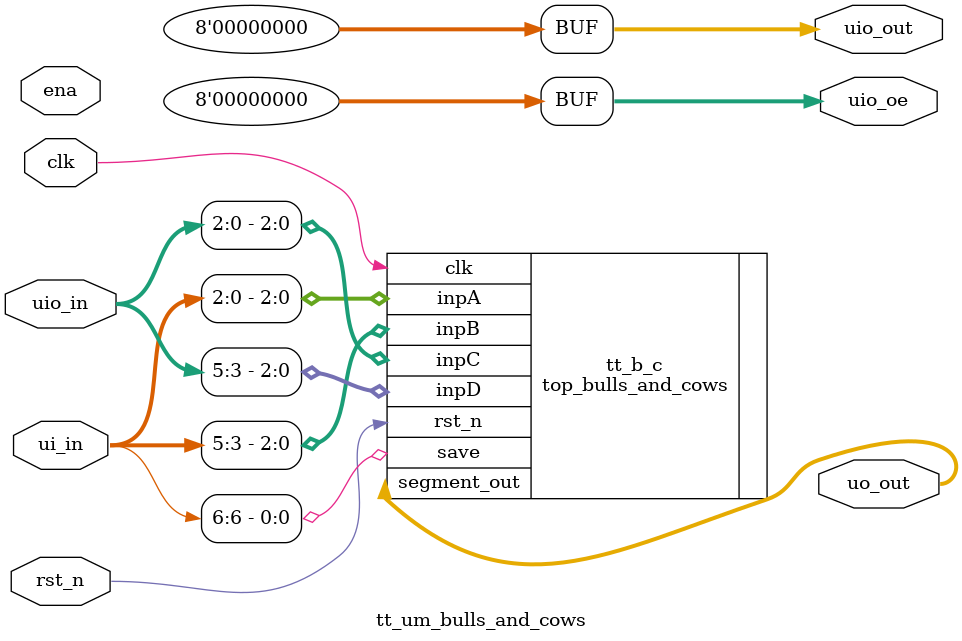
<source format=v>
module tt_um_bulls_and_cows (
    input  wire [7:0] ui_in,    // Dedicated inputs
    output wire [7:0] uo_out,   // Dedicated outputs
    input  wire [7:0] uio_in,   // IOs: Input path
    output wire [7:0] uio_out,  // IOs: Output path
    output wire [7:0] uio_oe,   // IOs: Enable path (active high: 0=input, 1=output)
    input  wire       ena,
    input  wire       clk,
    input  wire       rst_n
);

assign uio_oe = 0;
assign uio_out= 0;

top_bulls_and_cows tt_b_c(.clk(clk),
                         .rst_n(rst_n),
                         .inpA(ui_in[2:0]),
                         .inpB(ui_in[5:3]),
                         .inpC(uio_in[2:0]),
                         .inpD(uio_in[5:3]),
                         .save(ui_in[6]),
                         .segment_out(uo_out));

endmodule
</source>
